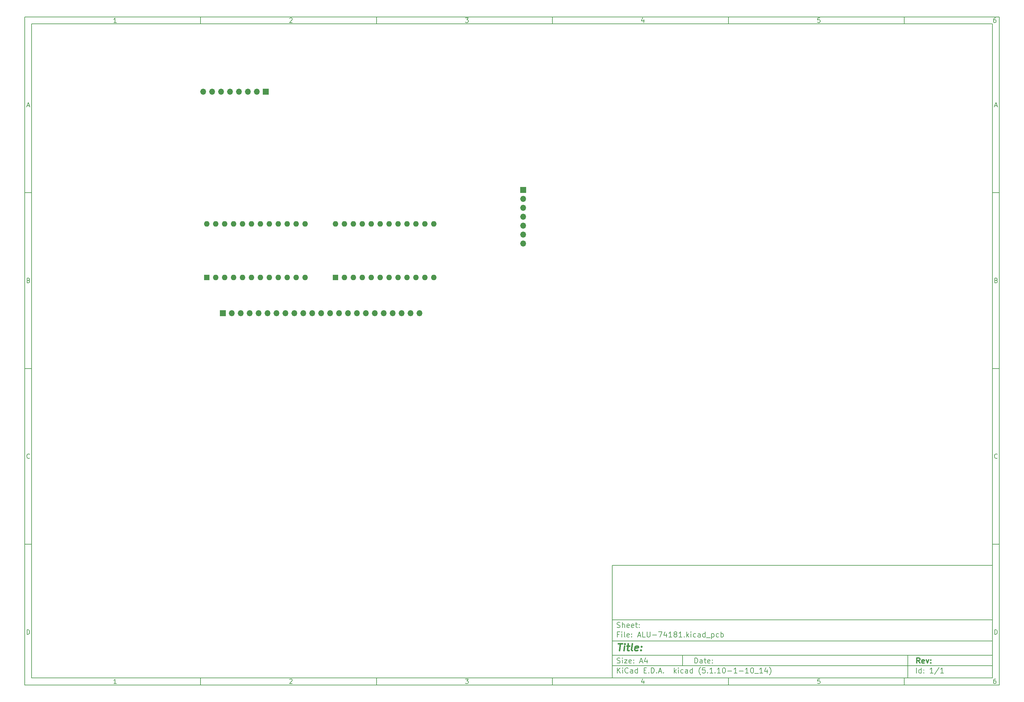
<source format=gbr>
%TF.GenerationSoftware,KiCad,Pcbnew,(5.1.10-1-10_14)*%
%TF.CreationDate,2021-11-14T11:47:48-05:00*%
%TF.ProjectId,ALU-74181,414c552d-3734-4313-9831-2e6b69636164,rev?*%
%TF.SameCoordinates,Original*%
%TF.FileFunction,Soldermask,Bot*%
%TF.FilePolarity,Negative*%
%FSLAX46Y46*%
G04 Gerber Fmt 4.6, Leading zero omitted, Abs format (unit mm)*
G04 Created by KiCad (PCBNEW (5.1.10-1-10_14)) date 2021-11-14 11:47:48*
%MOMM*%
%LPD*%
G01*
G04 APERTURE LIST*
%ADD10C,0.100000*%
%ADD11C,0.150000*%
%ADD12C,0.300000*%
%ADD13C,0.400000*%
%ADD14O,1.700000X1.700000*%
%ADD15R,1.700000X1.700000*%
%ADD16O,1.600000X1.600000*%
%ADD17R,1.600000X1.600000*%
G04 APERTURE END LIST*
D10*
D11*
X177002200Y-166007200D02*
X177002200Y-198007200D01*
X285002200Y-198007200D01*
X285002200Y-166007200D01*
X177002200Y-166007200D01*
D10*
D11*
X10000000Y-10000000D02*
X10000000Y-200007200D01*
X287002200Y-200007200D01*
X287002200Y-10000000D01*
X10000000Y-10000000D01*
D10*
D11*
X12000000Y-12000000D02*
X12000000Y-198007200D01*
X285002200Y-198007200D01*
X285002200Y-12000000D01*
X12000000Y-12000000D01*
D10*
D11*
X60000000Y-12000000D02*
X60000000Y-10000000D01*
D10*
D11*
X110000000Y-12000000D02*
X110000000Y-10000000D01*
D10*
D11*
X160000000Y-12000000D02*
X160000000Y-10000000D01*
D10*
D11*
X210000000Y-12000000D02*
X210000000Y-10000000D01*
D10*
D11*
X260000000Y-12000000D02*
X260000000Y-10000000D01*
D10*
D11*
X36065476Y-11588095D02*
X35322619Y-11588095D01*
X35694047Y-11588095D02*
X35694047Y-10288095D01*
X35570238Y-10473809D01*
X35446428Y-10597619D01*
X35322619Y-10659523D01*
D10*
D11*
X85322619Y-10411904D02*
X85384523Y-10350000D01*
X85508333Y-10288095D01*
X85817857Y-10288095D01*
X85941666Y-10350000D01*
X86003571Y-10411904D01*
X86065476Y-10535714D01*
X86065476Y-10659523D01*
X86003571Y-10845238D01*
X85260714Y-11588095D01*
X86065476Y-11588095D01*
D10*
D11*
X135260714Y-10288095D02*
X136065476Y-10288095D01*
X135632142Y-10783333D01*
X135817857Y-10783333D01*
X135941666Y-10845238D01*
X136003571Y-10907142D01*
X136065476Y-11030952D01*
X136065476Y-11340476D01*
X136003571Y-11464285D01*
X135941666Y-11526190D01*
X135817857Y-11588095D01*
X135446428Y-11588095D01*
X135322619Y-11526190D01*
X135260714Y-11464285D01*
D10*
D11*
X185941666Y-10721428D02*
X185941666Y-11588095D01*
X185632142Y-10226190D02*
X185322619Y-11154761D01*
X186127380Y-11154761D01*
D10*
D11*
X236003571Y-10288095D02*
X235384523Y-10288095D01*
X235322619Y-10907142D01*
X235384523Y-10845238D01*
X235508333Y-10783333D01*
X235817857Y-10783333D01*
X235941666Y-10845238D01*
X236003571Y-10907142D01*
X236065476Y-11030952D01*
X236065476Y-11340476D01*
X236003571Y-11464285D01*
X235941666Y-11526190D01*
X235817857Y-11588095D01*
X235508333Y-11588095D01*
X235384523Y-11526190D01*
X235322619Y-11464285D01*
D10*
D11*
X285941666Y-10288095D02*
X285694047Y-10288095D01*
X285570238Y-10350000D01*
X285508333Y-10411904D01*
X285384523Y-10597619D01*
X285322619Y-10845238D01*
X285322619Y-11340476D01*
X285384523Y-11464285D01*
X285446428Y-11526190D01*
X285570238Y-11588095D01*
X285817857Y-11588095D01*
X285941666Y-11526190D01*
X286003571Y-11464285D01*
X286065476Y-11340476D01*
X286065476Y-11030952D01*
X286003571Y-10907142D01*
X285941666Y-10845238D01*
X285817857Y-10783333D01*
X285570238Y-10783333D01*
X285446428Y-10845238D01*
X285384523Y-10907142D01*
X285322619Y-11030952D01*
D10*
D11*
X60000000Y-198007200D02*
X60000000Y-200007200D01*
D10*
D11*
X110000000Y-198007200D02*
X110000000Y-200007200D01*
D10*
D11*
X160000000Y-198007200D02*
X160000000Y-200007200D01*
D10*
D11*
X210000000Y-198007200D02*
X210000000Y-200007200D01*
D10*
D11*
X260000000Y-198007200D02*
X260000000Y-200007200D01*
D10*
D11*
X36065476Y-199595295D02*
X35322619Y-199595295D01*
X35694047Y-199595295D02*
X35694047Y-198295295D01*
X35570238Y-198481009D01*
X35446428Y-198604819D01*
X35322619Y-198666723D01*
D10*
D11*
X85322619Y-198419104D02*
X85384523Y-198357200D01*
X85508333Y-198295295D01*
X85817857Y-198295295D01*
X85941666Y-198357200D01*
X86003571Y-198419104D01*
X86065476Y-198542914D01*
X86065476Y-198666723D01*
X86003571Y-198852438D01*
X85260714Y-199595295D01*
X86065476Y-199595295D01*
D10*
D11*
X135260714Y-198295295D02*
X136065476Y-198295295D01*
X135632142Y-198790533D01*
X135817857Y-198790533D01*
X135941666Y-198852438D01*
X136003571Y-198914342D01*
X136065476Y-199038152D01*
X136065476Y-199347676D01*
X136003571Y-199471485D01*
X135941666Y-199533390D01*
X135817857Y-199595295D01*
X135446428Y-199595295D01*
X135322619Y-199533390D01*
X135260714Y-199471485D01*
D10*
D11*
X185941666Y-198728628D02*
X185941666Y-199595295D01*
X185632142Y-198233390D02*
X185322619Y-199161961D01*
X186127380Y-199161961D01*
D10*
D11*
X236003571Y-198295295D02*
X235384523Y-198295295D01*
X235322619Y-198914342D01*
X235384523Y-198852438D01*
X235508333Y-198790533D01*
X235817857Y-198790533D01*
X235941666Y-198852438D01*
X236003571Y-198914342D01*
X236065476Y-199038152D01*
X236065476Y-199347676D01*
X236003571Y-199471485D01*
X235941666Y-199533390D01*
X235817857Y-199595295D01*
X235508333Y-199595295D01*
X235384523Y-199533390D01*
X235322619Y-199471485D01*
D10*
D11*
X285941666Y-198295295D02*
X285694047Y-198295295D01*
X285570238Y-198357200D01*
X285508333Y-198419104D01*
X285384523Y-198604819D01*
X285322619Y-198852438D01*
X285322619Y-199347676D01*
X285384523Y-199471485D01*
X285446428Y-199533390D01*
X285570238Y-199595295D01*
X285817857Y-199595295D01*
X285941666Y-199533390D01*
X286003571Y-199471485D01*
X286065476Y-199347676D01*
X286065476Y-199038152D01*
X286003571Y-198914342D01*
X285941666Y-198852438D01*
X285817857Y-198790533D01*
X285570238Y-198790533D01*
X285446428Y-198852438D01*
X285384523Y-198914342D01*
X285322619Y-199038152D01*
D10*
D11*
X10000000Y-60000000D02*
X12000000Y-60000000D01*
D10*
D11*
X10000000Y-110000000D02*
X12000000Y-110000000D01*
D10*
D11*
X10000000Y-160000000D02*
X12000000Y-160000000D01*
D10*
D11*
X10690476Y-35216666D02*
X11309523Y-35216666D01*
X10566666Y-35588095D02*
X11000000Y-34288095D01*
X11433333Y-35588095D01*
D10*
D11*
X11092857Y-84907142D02*
X11278571Y-84969047D01*
X11340476Y-85030952D01*
X11402380Y-85154761D01*
X11402380Y-85340476D01*
X11340476Y-85464285D01*
X11278571Y-85526190D01*
X11154761Y-85588095D01*
X10659523Y-85588095D01*
X10659523Y-84288095D01*
X11092857Y-84288095D01*
X11216666Y-84350000D01*
X11278571Y-84411904D01*
X11340476Y-84535714D01*
X11340476Y-84659523D01*
X11278571Y-84783333D01*
X11216666Y-84845238D01*
X11092857Y-84907142D01*
X10659523Y-84907142D01*
D10*
D11*
X11402380Y-135464285D02*
X11340476Y-135526190D01*
X11154761Y-135588095D01*
X11030952Y-135588095D01*
X10845238Y-135526190D01*
X10721428Y-135402380D01*
X10659523Y-135278571D01*
X10597619Y-135030952D01*
X10597619Y-134845238D01*
X10659523Y-134597619D01*
X10721428Y-134473809D01*
X10845238Y-134350000D01*
X11030952Y-134288095D01*
X11154761Y-134288095D01*
X11340476Y-134350000D01*
X11402380Y-134411904D01*
D10*
D11*
X10659523Y-185588095D02*
X10659523Y-184288095D01*
X10969047Y-184288095D01*
X11154761Y-184350000D01*
X11278571Y-184473809D01*
X11340476Y-184597619D01*
X11402380Y-184845238D01*
X11402380Y-185030952D01*
X11340476Y-185278571D01*
X11278571Y-185402380D01*
X11154761Y-185526190D01*
X10969047Y-185588095D01*
X10659523Y-185588095D01*
D10*
D11*
X287002200Y-60000000D02*
X285002200Y-60000000D01*
D10*
D11*
X287002200Y-110000000D02*
X285002200Y-110000000D01*
D10*
D11*
X287002200Y-160000000D02*
X285002200Y-160000000D01*
D10*
D11*
X285692676Y-35216666D02*
X286311723Y-35216666D01*
X285568866Y-35588095D02*
X286002200Y-34288095D01*
X286435533Y-35588095D01*
D10*
D11*
X286095057Y-84907142D02*
X286280771Y-84969047D01*
X286342676Y-85030952D01*
X286404580Y-85154761D01*
X286404580Y-85340476D01*
X286342676Y-85464285D01*
X286280771Y-85526190D01*
X286156961Y-85588095D01*
X285661723Y-85588095D01*
X285661723Y-84288095D01*
X286095057Y-84288095D01*
X286218866Y-84350000D01*
X286280771Y-84411904D01*
X286342676Y-84535714D01*
X286342676Y-84659523D01*
X286280771Y-84783333D01*
X286218866Y-84845238D01*
X286095057Y-84907142D01*
X285661723Y-84907142D01*
D10*
D11*
X286404580Y-135464285D02*
X286342676Y-135526190D01*
X286156961Y-135588095D01*
X286033152Y-135588095D01*
X285847438Y-135526190D01*
X285723628Y-135402380D01*
X285661723Y-135278571D01*
X285599819Y-135030952D01*
X285599819Y-134845238D01*
X285661723Y-134597619D01*
X285723628Y-134473809D01*
X285847438Y-134350000D01*
X286033152Y-134288095D01*
X286156961Y-134288095D01*
X286342676Y-134350000D01*
X286404580Y-134411904D01*
D10*
D11*
X285661723Y-185588095D02*
X285661723Y-184288095D01*
X285971247Y-184288095D01*
X286156961Y-184350000D01*
X286280771Y-184473809D01*
X286342676Y-184597619D01*
X286404580Y-184845238D01*
X286404580Y-185030952D01*
X286342676Y-185278571D01*
X286280771Y-185402380D01*
X286156961Y-185526190D01*
X285971247Y-185588095D01*
X285661723Y-185588095D01*
D10*
D11*
X200434342Y-193785771D02*
X200434342Y-192285771D01*
X200791485Y-192285771D01*
X201005771Y-192357200D01*
X201148628Y-192500057D01*
X201220057Y-192642914D01*
X201291485Y-192928628D01*
X201291485Y-193142914D01*
X201220057Y-193428628D01*
X201148628Y-193571485D01*
X201005771Y-193714342D01*
X200791485Y-193785771D01*
X200434342Y-193785771D01*
X202577200Y-193785771D02*
X202577200Y-193000057D01*
X202505771Y-192857200D01*
X202362914Y-192785771D01*
X202077200Y-192785771D01*
X201934342Y-192857200D01*
X202577200Y-193714342D02*
X202434342Y-193785771D01*
X202077200Y-193785771D01*
X201934342Y-193714342D01*
X201862914Y-193571485D01*
X201862914Y-193428628D01*
X201934342Y-193285771D01*
X202077200Y-193214342D01*
X202434342Y-193214342D01*
X202577200Y-193142914D01*
X203077200Y-192785771D02*
X203648628Y-192785771D01*
X203291485Y-192285771D02*
X203291485Y-193571485D01*
X203362914Y-193714342D01*
X203505771Y-193785771D01*
X203648628Y-193785771D01*
X204720057Y-193714342D02*
X204577200Y-193785771D01*
X204291485Y-193785771D01*
X204148628Y-193714342D01*
X204077200Y-193571485D01*
X204077200Y-193000057D01*
X204148628Y-192857200D01*
X204291485Y-192785771D01*
X204577200Y-192785771D01*
X204720057Y-192857200D01*
X204791485Y-193000057D01*
X204791485Y-193142914D01*
X204077200Y-193285771D01*
X205434342Y-193642914D02*
X205505771Y-193714342D01*
X205434342Y-193785771D01*
X205362914Y-193714342D01*
X205434342Y-193642914D01*
X205434342Y-193785771D01*
X205434342Y-192857200D02*
X205505771Y-192928628D01*
X205434342Y-193000057D01*
X205362914Y-192928628D01*
X205434342Y-192857200D01*
X205434342Y-193000057D01*
D10*
D11*
X177002200Y-194507200D02*
X285002200Y-194507200D01*
D10*
D11*
X178434342Y-196585771D02*
X178434342Y-195085771D01*
X179291485Y-196585771D02*
X178648628Y-195728628D01*
X179291485Y-195085771D02*
X178434342Y-195942914D01*
X179934342Y-196585771D02*
X179934342Y-195585771D01*
X179934342Y-195085771D02*
X179862914Y-195157200D01*
X179934342Y-195228628D01*
X180005771Y-195157200D01*
X179934342Y-195085771D01*
X179934342Y-195228628D01*
X181505771Y-196442914D02*
X181434342Y-196514342D01*
X181220057Y-196585771D01*
X181077200Y-196585771D01*
X180862914Y-196514342D01*
X180720057Y-196371485D01*
X180648628Y-196228628D01*
X180577200Y-195942914D01*
X180577200Y-195728628D01*
X180648628Y-195442914D01*
X180720057Y-195300057D01*
X180862914Y-195157200D01*
X181077200Y-195085771D01*
X181220057Y-195085771D01*
X181434342Y-195157200D01*
X181505771Y-195228628D01*
X182791485Y-196585771D02*
X182791485Y-195800057D01*
X182720057Y-195657200D01*
X182577200Y-195585771D01*
X182291485Y-195585771D01*
X182148628Y-195657200D01*
X182791485Y-196514342D02*
X182648628Y-196585771D01*
X182291485Y-196585771D01*
X182148628Y-196514342D01*
X182077200Y-196371485D01*
X182077200Y-196228628D01*
X182148628Y-196085771D01*
X182291485Y-196014342D01*
X182648628Y-196014342D01*
X182791485Y-195942914D01*
X184148628Y-196585771D02*
X184148628Y-195085771D01*
X184148628Y-196514342D02*
X184005771Y-196585771D01*
X183720057Y-196585771D01*
X183577200Y-196514342D01*
X183505771Y-196442914D01*
X183434342Y-196300057D01*
X183434342Y-195871485D01*
X183505771Y-195728628D01*
X183577200Y-195657200D01*
X183720057Y-195585771D01*
X184005771Y-195585771D01*
X184148628Y-195657200D01*
X186005771Y-195800057D02*
X186505771Y-195800057D01*
X186720057Y-196585771D02*
X186005771Y-196585771D01*
X186005771Y-195085771D01*
X186720057Y-195085771D01*
X187362914Y-196442914D02*
X187434342Y-196514342D01*
X187362914Y-196585771D01*
X187291485Y-196514342D01*
X187362914Y-196442914D01*
X187362914Y-196585771D01*
X188077200Y-196585771D02*
X188077200Y-195085771D01*
X188434342Y-195085771D01*
X188648628Y-195157200D01*
X188791485Y-195300057D01*
X188862914Y-195442914D01*
X188934342Y-195728628D01*
X188934342Y-195942914D01*
X188862914Y-196228628D01*
X188791485Y-196371485D01*
X188648628Y-196514342D01*
X188434342Y-196585771D01*
X188077200Y-196585771D01*
X189577200Y-196442914D02*
X189648628Y-196514342D01*
X189577200Y-196585771D01*
X189505771Y-196514342D01*
X189577200Y-196442914D01*
X189577200Y-196585771D01*
X190220057Y-196157200D02*
X190934342Y-196157200D01*
X190077200Y-196585771D02*
X190577200Y-195085771D01*
X191077200Y-196585771D01*
X191577200Y-196442914D02*
X191648628Y-196514342D01*
X191577200Y-196585771D01*
X191505771Y-196514342D01*
X191577200Y-196442914D01*
X191577200Y-196585771D01*
X194577200Y-196585771D02*
X194577200Y-195085771D01*
X194720057Y-196014342D02*
X195148628Y-196585771D01*
X195148628Y-195585771D02*
X194577200Y-196157200D01*
X195791485Y-196585771D02*
X195791485Y-195585771D01*
X195791485Y-195085771D02*
X195720057Y-195157200D01*
X195791485Y-195228628D01*
X195862914Y-195157200D01*
X195791485Y-195085771D01*
X195791485Y-195228628D01*
X197148628Y-196514342D02*
X197005771Y-196585771D01*
X196720057Y-196585771D01*
X196577200Y-196514342D01*
X196505771Y-196442914D01*
X196434342Y-196300057D01*
X196434342Y-195871485D01*
X196505771Y-195728628D01*
X196577200Y-195657200D01*
X196720057Y-195585771D01*
X197005771Y-195585771D01*
X197148628Y-195657200D01*
X198434342Y-196585771D02*
X198434342Y-195800057D01*
X198362914Y-195657200D01*
X198220057Y-195585771D01*
X197934342Y-195585771D01*
X197791485Y-195657200D01*
X198434342Y-196514342D02*
X198291485Y-196585771D01*
X197934342Y-196585771D01*
X197791485Y-196514342D01*
X197720057Y-196371485D01*
X197720057Y-196228628D01*
X197791485Y-196085771D01*
X197934342Y-196014342D01*
X198291485Y-196014342D01*
X198434342Y-195942914D01*
X199791485Y-196585771D02*
X199791485Y-195085771D01*
X199791485Y-196514342D02*
X199648628Y-196585771D01*
X199362914Y-196585771D01*
X199220057Y-196514342D01*
X199148628Y-196442914D01*
X199077200Y-196300057D01*
X199077200Y-195871485D01*
X199148628Y-195728628D01*
X199220057Y-195657200D01*
X199362914Y-195585771D01*
X199648628Y-195585771D01*
X199791485Y-195657200D01*
X202077200Y-197157200D02*
X202005771Y-197085771D01*
X201862914Y-196871485D01*
X201791485Y-196728628D01*
X201720057Y-196514342D01*
X201648628Y-196157200D01*
X201648628Y-195871485D01*
X201720057Y-195514342D01*
X201791485Y-195300057D01*
X201862914Y-195157200D01*
X202005771Y-194942914D01*
X202077200Y-194871485D01*
X203362914Y-195085771D02*
X202648628Y-195085771D01*
X202577200Y-195800057D01*
X202648628Y-195728628D01*
X202791485Y-195657200D01*
X203148628Y-195657200D01*
X203291485Y-195728628D01*
X203362914Y-195800057D01*
X203434342Y-195942914D01*
X203434342Y-196300057D01*
X203362914Y-196442914D01*
X203291485Y-196514342D01*
X203148628Y-196585771D01*
X202791485Y-196585771D01*
X202648628Y-196514342D01*
X202577200Y-196442914D01*
X204077200Y-196442914D02*
X204148628Y-196514342D01*
X204077200Y-196585771D01*
X204005771Y-196514342D01*
X204077200Y-196442914D01*
X204077200Y-196585771D01*
X205577200Y-196585771D02*
X204720057Y-196585771D01*
X205148628Y-196585771D02*
X205148628Y-195085771D01*
X205005771Y-195300057D01*
X204862914Y-195442914D01*
X204720057Y-195514342D01*
X206220057Y-196442914D02*
X206291485Y-196514342D01*
X206220057Y-196585771D01*
X206148628Y-196514342D01*
X206220057Y-196442914D01*
X206220057Y-196585771D01*
X207720057Y-196585771D02*
X206862914Y-196585771D01*
X207291485Y-196585771D02*
X207291485Y-195085771D01*
X207148628Y-195300057D01*
X207005771Y-195442914D01*
X206862914Y-195514342D01*
X208648628Y-195085771D02*
X208791485Y-195085771D01*
X208934342Y-195157200D01*
X209005771Y-195228628D01*
X209077200Y-195371485D01*
X209148628Y-195657200D01*
X209148628Y-196014342D01*
X209077200Y-196300057D01*
X209005771Y-196442914D01*
X208934342Y-196514342D01*
X208791485Y-196585771D01*
X208648628Y-196585771D01*
X208505771Y-196514342D01*
X208434342Y-196442914D01*
X208362914Y-196300057D01*
X208291485Y-196014342D01*
X208291485Y-195657200D01*
X208362914Y-195371485D01*
X208434342Y-195228628D01*
X208505771Y-195157200D01*
X208648628Y-195085771D01*
X209791485Y-196014342D02*
X210934342Y-196014342D01*
X212434342Y-196585771D02*
X211577200Y-196585771D01*
X212005771Y-196585771D02*
X212005771Y-195085771D01*
X211862914Y-195300057D01*
X211720057Y-195442914D01*
X211577200Y-195514342D01*
X213077200Y-196014342D02*
X214220057Y-196014342D01*
X215720057Y-196585771D02*
X214862914Y-196585771D01*
X215291485Y-196585771D02*
X215291485Y-195085771D01*
X215148628Y-195300057D01*
X215005771Y-195442914D01*
X214862914Y-195514342D01*
X216648628Y-195085771D02*
X216791485Y-195085771D01*
X216934342Y-195157200D01*
X217005771Y-195228628D01*
X217077200Y-195371485D01*
X217148628Y-195657200D01*
X217148628Y-196014342D01*
X217077200Y-196300057D01*
X217005771Y-196442914D01*
X216934342Y-196514342D01*
X216791485Y-196585771D01*
X216648628Y-196585771D01*
X216505771Y-196514342D01*
X216434342Y-196442914D01*
X216362914Y-196300057D01*
X216291485Y-196014342D01*
X216291485Y-195657200D01*
X216362914Y-195371485D01*
X216434342Y-195228628D01*
X216505771Y-195157200D01*
X216648628Y-195085771D01*
X217434342Y-196728628D02*
X218577200Y-196728628D01*
X219720057Y-196585771D02*
X218862914Y-196585771D01*
X219291485Y-196585771D02*
X219291485Y-195085771D01*
X219148628Y-195300057D01*
X219005771Y-195442914D01*
X218862914Y-195514342D01*
X221005771Y-195585771D02*
X221005771Y-196585771D01*
X220648628Y-195014342D02*
X220291485Y-196085771D01*
X221220057Y-196085771D01*
X221648628Y-197157200D02*
X221720057Y-197085771D01*
X221862914Y-196871485D01*
X221934342Y-196728628D01*
X222005771Y-196514342D01*
X222077200Y-196157200D01*
X222077200Y-195871485D01*
X222005771Y-195514342D01*
X221934342Y-195300057D01*
X221862914Y-195157200D01*
X221720057Y-194942914D01*
X221648628Y-194871485D01*
D10*
D11*
X177002200Y-191507200D02*
X285002200Y-191507200D01*
D10*
D12*
X264411485Y-193785771D02*
X263911485Y-193071485D01*
X263554342Y-193785771D02*
X263554342Y-192285771D01*
X264125771Y-192285771D01*
X264268628Y-192357200D01*
X264340057Y-192428628D01*
X264411485Y-192571485D01*
X264411485Y-192785771D01*
X264340057Y-192928628D01*
X264268628Y-193000057D01*
X264125771Y-193071485D01*
X263554342Y-193071485D01*
X265625771Y-193714342D02*
X265482914Y-193785771D01*
X265197200Y-193785771D01*
X265054342Y-193714342D01*
X264982914Y-193571485D01*
X264982914Y-193000057D01*
X265054342Y-192857200D01*
X265197200Y-192785771D01*
X265482914Y-192785771D01*
X265625771Y-192857200D01*
X265697200Y-193000057D01*
X265697200Y-193142914D01*
X264982914Y-193285771D01*
X266197200Y-192785771D02*
X266554342Y-193785771D01*
X266911485Y-192785771D01*
X267482914Y-193642914D02*
X267554342Y-193714342D01*
X267482914Y-193785771D01*
X267411485Y-193714342D01*
X267482914Y-193642914D01*
X267482914Y-193785771D01*
X267482914Y-192857200D02*
X267554342Y-192928628D01*
X267482914Y-193000057D01*
X267411485Y-192928628D01*
X267482914Y-192857200D01*
X267482914Y-193000057D01*
D10*
D11*
X178362914Y-193714342D02*
X178577200Y-193785771D01*
X178934342Y-193785771D01*
X179077200Y-193714342D01*
X179148628Y-193642914D01*
X179220057Y-193500057D01*
X179220057Y-193357200D01*
X179148628Y-193214342D01*
X179077200Y-193142914D01*
X178934342Y-193071485D01*
X178648628Y-193000057D01*
X178505771Y-192928628D01*
X178434342Y-192857200D01*
X178362914Y-192714342D01*
X178362914Y-192571485D01*
X178434342Y-192428628D01*
X178505771Y-192357200D01*
X178648628Y-192285771D01*
X179005771Y-192285771D01*
X179220057Y-192357200D01*
X179862914Y-193785771D02*
X179862914Y-192785771D01*
X179862914Y-192285771D02*
X179791485Y-192357200D01*
X179862914Y-192428628D01*
X179934342Y-192357200D01*
X179862914Y-192285771D01*
X179862914Y-192428628D01*
X180434342Y-192785771D02*
X181220057Y-192785771D01*
X180434342Y-193785771D01*
X181220057Y-193785771D01*
X182362914Y-193714342D02*
X182220057Y-193785771D01*
X181934342Y-193785771D01*
X181791485Y-193714342D01*
X181720057Y-193571485D01*
X181720057Y-193000057D01*
X181791485Y-192857200D01*
X181934342Y-192785771D01*
X182220057Y-192785771D01*
X182362914Y-192857200D01*
X182434342Y-193000057D01*
X182434342Y-193142914D01*
X181720057Y-193285771D01*
X183077200Y-193642914D02*
X183148628Y-193714342D01*
X183077200Y-193785771D01*
X183005771Y-193714342D01*
X183077200Y-193642914D01*
X183077200Y-193785771D01*
X183077200Y-192857200D02*
X183148628Y-192928628D01*
X183077200Y-193000057D01*
X183005771Y-192928628D01*
X183077200Y-192857200D01*
X183077200Y-193000057D01*
X184862914Y-193357200D02*
X185577200Y-193357200D01*
X184720057Y-193785771D02*
X185220057Y-192285771D01*
X185720057Y-193785771D01*
X186862914Y-192785771D02*
X186862914Y-193785771D01*
X186505771Y-192214342D02*
X186148628Y-193285771D01*
X187077200Y-193285771D01*
D10*
D11*
X263434342Y-196585771D02*
X263434342Y-195085771D01*
X264791485Y-196585771D02*
X264791485Y-195085771D01*
X264791485Y-196514342D02*
X264648628Y-196585771D01*
X264362914Y-196585771D01*
X264220057Y-196514342D01*
X264148628Y-196442914D01*
X264077200Y-196300057D01*
X264077200Y-195871485D01*
X264148628Y-195728628D01*
X264220057Y-195657200D01*
X264362914Y-195585771D01*
X264648628Y-195585771D01*
X264791485Y-195657200D01*
X265505771Y-196442914D02*
X265577200Y-196514342D01*
X265505771Y-196585771D01*
X265434342Y-196514342D01*
X265505771Y-196442914D01*
X265505771Y-196585771D01*
X265505771Y-195657200D02*
X265577200Y-195728628D01*
X265505771Y-195800057D01*
X265434342Y-195728628D01*
X265505771Y-195657200D01*
X265505771Y-195800057D01*
X268148628Y-196585771D02*
X267291485Y-196585771D01*
X267720057Y-196585771D02*
X267720057Y-195085771D01*
X267577200Y-195300057D01*
X267434342Y-195442914D01*
X267291485Y-195514342D01*
X269862914Y-195014342D02*
X268577200Y-196942914D01*
X271148628Y-196585771D02*
X270291485Y-196585771D01*
X270720057Y-196585771D02*
X270720057Y-195085771D01*
X270577200Y-195300057D01*
X270434342Y-195442914D01*
X270291485Y-195514342D01*
D10*
D11*
X177002200Y-187507200D02*
X285002200Y-187507200D01*
D10*
D13*
X178714580Y-188211961D02*
X179857438Y-188211961D01*
X179036009Y-190211961D02*
X179286009Y-188211961D01*
X180274104Y-190211961D02*
X180440771Y-188878628D01*
X180524104Y-188211961D02*
X180416961Y-188307200D01*
X180500295Y-188402438D01*
X180607438Y-188307200D01*
X180524104Y-188211961D01*
X180500295Y-188402438D01*
X181107438Y-188878628D02*
X181869342Y-188878628D01*
X181476485Y-188211961D02*
X181262200Y-189926247D01*
X181333628Y-190116723D01*
X181512200Y-190211961D01*
X181702676Y-190211961D01*
X182655057Y-190211961D02*
X182476485Y-190116723D01*
X182405057Y-189926247D01*
X182619342Y-188211961D01*
X184190771Y-190116723D02*
X183988390Y-190211961D01*
X183607438Y-190211961D01*
X183428866Y-190116723D01*
X183357438Y-189926247D01*
X183452676Y-189164342D01*
X183571723Y-188973866D01*
X183774104Y-188878628D01*
X184155057Y-188878628D01*
X184333628Y-188973866D01*
X184405057Y-189164342D01*
X184381247Y-189354819D01*
X183405057Y-189545295D01*
X185155057Y-190021485D02*
X185238390Y-190116723D01*
X185131247Y-190211961D01*
X185047914Y-190116723D01*
X185155057Y-190021485D01*
X185131247Y-190211961D01*
X185286009Y-188973866D02*
X185369342Y-189069104D01*
X185262200Y-189164342D01*
X185178866Y-189069104D01*
X185286009Y-188973866D01*
X185262200Y-189164342D01*
D10*
D11*
X178934342Y-185600057D02*
X178434342Y-185600057D01*
X178434342Y-186385771D02*
X178434342Y-184885771D01*
X179148628Y-184885771D01*
X179720057Y-186385771D02*
X179720057Y-185385771D01*
X179720057Y-184885771D02*
X179648628Y-184957200D01*
X179720057Y-185028628D01*
X179791485Y-184957200D01*
X179720057Y-184885771D01*
X179720057Y-185028628D01*
X180648628Y-186385771D02*
X180505771Y-186314342D01*
X180434342Y-186171485D01*
X180434342Y-184885771D01*
X181791485Y-186314342D02*
X181648628Y-186385771D01*
X181362914Y-186385771D01*
X181220057Y-186314342D01*
X181148628Y-186171485D01*
X181148628Y-185600057D01*
X181220057Y-185457200D01*
X181362914Y-185385771D01*
X181648628Y-185385771D01*
X181791485Y-185457200D01*
X181862914Y-185600057D01*
X181862914Y-185742914D01*
X181148628Y-185885771D01*
X182505771Y-186242914D02*
X182577200Y-186314342D01*
X182505771Y-186385771D01*
X182434342Y-186314342D01*
X182505771Y-186242914D01*
X182505771Y-186385771D01*
X182505771Y-185457200D02*
X182577200Y-185528628D01*
X182505771Y-185600057D01*
X182434342Y-185528628D01*
X182505771Y-185457200D01*
X182505771Y-185600057D01*
X184291485Y-185957200D02*
X185005771Y-185957200D01*
X184148628Y-186385771D02*
X184648628Y-184885771D01*
X185148628Y-186385771D01*
X186362914Y-186385771D02*
X185648628Y-186385771D01*
X185648628Y-184885771D01*
X186862914Y-184885771D02*
X186862914Y-186100057D01*
X186934342Y-186242914D01*
X187005771Y-186314342D01*
X187148628Y-186385771D01*
X187434342Y-186385771D01*
X187577200Y-186314342D01*
X187648628Y-186242914D01*
X187720057Y-186100057D01*
X187720057Y-184885771D01*
X188434342Y-185814342D02*
X189577200Y-185814342D01*
X190148628Y-184885771D02*
X191148628Y-184885771D01*
X190505771Y-186385771D01*
X192362914Y-185385771D02*
X192362914Y-186385771D01*
X192005771Y-184814342D02*
X191648628Y-185885771D01*
X192577200Y-185885771D01*
X193934342Y-186385771D02*
X193077200Y-186385771D01*
X193505771Y-186385771D02*
X193505771Y-184885771D01*
X193362914Y-185100057D01*
X193220057Y-185242914D01*
X193077200Y-185314342D01*
X194791485Y-185528628D02*
X194648628Y-185457200D01*
X194577200Y-185385771D01*
X194505771Y-185242914D01*
X194505771Y-185171485D01*
X194577200Y-185028628D01*
X194648628Y-184957200D01*
X194791485Y-184885771D01*
X195077200Y-184885771D01*
X195220057Y-184957200D01*
X195291485Y-185028628D01*
X195362914Y-185171485D01*
X195362914Y-185242914D01*
X195291485Y-185385771D01*
X195220057Y-185457200D01*
X195077200Y-185528628D01*
X194791485Y-185528628D01*
X194648628Y-185600057D01*
X194577200Y-185671485D01*
X194505771Y-185814342D01*
X194505771Y-186100057D01*
X194577200Y-186242914D01*
X194648628Y-186314342D01*
X194791485Y-186385771D01*
X195077200Y-186385771D01*
X195220057Y-186314342D01*
X195291485Y-186242914D01*
X195362914Y-186100057D01*
X195362914Y-185814342D01*
X195291485Y-185671485D01*
X195220057Y-185600057D01*
X195077200Y-185528628D01*
X196791485Y-186385771D02*
X195934342Y-186385771D01*
X196362914Y-186385771D02*
X196362914Y-184885771D01*
X196220057Y-185100057D01*
X196077200Y-185242914D01*
X195934342Y-185314342D01*
X197434342Y-186242914D02*
X197505771Y-186314342D01*
X197434342Y-186385771D01*
X197362914Y-186314342D01*
X197434342Y-186242914D01*
X197434342Y-186385771D01*
X198148628Y-186385771D02*
X198148628Y-184885771D01*
X198291485Y-185814342D02*
X198720057Y-186385771D01*
X198720057Y-185385771D02*
X198148628Y-185957200D01*
X199362914Y-186385771D02*
X199362914Y-185385771D01*
X199362914Y-184885771D02*
X199291485Y-184957200D01*
X199362914Y-185028628D01*
X199434342Y-184957200D01*
X199362914Y-184885771D01*
X199362914Y-185028628D01*
X200720057Y-186314342D02*
X200577200Y-186385771D01*
X200291485Y-186385771D01*
X200148628Y-186314342D01*
X200077200Y-186242914D01*
X200005771Y-186100057D01*
X200005771Y-185671485D01*
X200077200Y-185528628D01*
X200148628Y-185457200D01*
X200291485Y-185385771D01*
X200577200Y-185385771D01*
X200720057Y-185457200D01*
X202005771Y-186385771D02*
X202005771Y-185600057D01*
X201934342Y-185457200D01*
X201791485Y-185385771D01*
X201505771Y-185385771D01*
X201362914Y-185457200D01*
X202005771Y-186314342D02*
X201862914Y-186385771D01*
X201505771Y-186385771D01*
X201362914Y-186314342D01*
X201291485Y-186171485D01*
X201291485Y-186028628D01*
X201362914Y-185885771D01*
X201505771Y-185814342D01*
X201862914Y-185814342D01*
X202005771Y-185742914D01*
X203362914Y-186385771D02*
X203362914Y-184885771D01*
X203362914Y-186314342D02*
X203220057Y-186385771D01*
X202934342Y-186385771D01*
X202791485Y-186314342D01*
X202720057Y-186242914D01*
X202648628Y-186100057D01*
X202648628Y-185671485D01*
X202720057Y-185528628D01*
X202791485Y-185457200D01*
X202934342Y-185385771D01*
X203220057Y-185385771D01*
X203362914Y-185457200D01*
X203720057Y-186528628D02*
X204862914Y-186528628D01*
X205220057Y-185385771D02*
X205220057Y-186885771D01*
X205220057Y-185457200D02*
X205362914Y-185385771D01*
X205648628Y-185385771D01*
X205791485Y-185457200D01*
X205862914Y-185528628D01*
X205934342Y-185671485D01*
X205934342Y-186100057D01*
X205862914Y-186242914D01*
X205791485Y-186314342D01*
X205648628Y-186385771D01*
X205362914Y-186385771D01*
X205220057Y-186314342D01*
X207220057Y-186314342D02*
X207077200Y-186385771D01*
X206791485Y-186385771D01*
X206648628Y-186314342D01*
X206577200Y-186242914D01*
X206505771Y-186100057D01*
X206505771Y-185671485D01*
X206577200Y-185528628D01*
X206648628Y-185457200D01*
X206791485Y-185385771D01*
X207077200Y-185385771D01*
X207220057Y-185457200D01*
X207862914Y-186385771D02*
X207862914Y-184885771D01*
X207862914Y-185457200D02*
X208005771Y-185385771D01*
X208291485Y-185385771D01*
X208434342Y-185457200D01*
X208505771Y-185528628D01*
X208577200Y-185671485D01*
X208577200Y-186100057D01*
X208505771Y-186242914D01*
X208434342Y-186314342D01*
X208291485Y-186385771D01*
X208005771Y-186385771D01*
X207862914Y-186314342D01*
D10*
D11*
X177002200Y-181507200D02*
X285002200Y-181507200D01*
D10*
D11*
X178362914Y-183614342D02*
X178577200Y-183685771D01*
X178934342Y-183685771D01*
X179077200Y-183614342D01*
X179148628Y-183542914D01*
X179220057Y-183400057D01*
X179220057Y-183257200D01*
X179148628Y-183114342D01*
X179077200Y-183042914D01*
X178934342Y-182971485D01*
X178648628Y-182900057D01*
X178505771Y-182828628D01*
X178434342Y-182757200D01*
X178362914Y-182614342D01*
X178362914Y-182471485D01*
X178434342Y-182328628D01*
X178505771Y-182257200D01*
X178648628Y-182185771D01*
X179005771Y-182185771D01*
X179220057Y-182257200D01*
X179862914Y-183685771D02*
X179862914Y-182185771D01*
X180505771Y-183685771D02*
X180505771Y-182900057D01*
X180434342Y-182757200D01*
X180291485Y-182685771D01*
X180077200Y-182685771D01*
X179934342Y-182757200D01*
X179862914Y-182828628D01*
X181791485Y-183614342D02*
X181648628Y-183685771D01*
X181362914Y-183685771D01*
X181220057Y-183614342D01*
X181148628Y-183471485D01*
X181148628Y-182900057D01*
X181220057Y-182757200D01*
X181362914Y-182685771D01*
X181648628Y-182685771D01*
X181791485Y-182757200D01*
X181862914Y-182900057D01*
X181862914Y-183042914D01*
X181148628Y-183185771D01*
X183077200Y-183614342D02*
X182934342Y-183685771D01*
X182648628Y-183685771D01*
X182505771Y-183614342D01*
X182434342Y-183471485D01*
X182434342Y-182900057D01*
X182505771Y-182757200D01*
X182648628Y-182685771D01*
X182934342Y-182685771D01*
X183077200Y-182757200D01*
X183148628Y-182900057D01*
X183148628Y-183042914D01*
X182434342Y-183185771D01*
X183577200Y-182685771D02*
X184148628Y-182685771D01*
X183791485Y-182185771D02*
X183791485Y-183471485D01*
X183862914Y-183614342D01*
X184005771Y-183685771D01*
X184148628Y-183685771D01*
X184648628Y-183542914D02*
X184720057Y-183614342D01*
X184648628Y-183685771D01*
X184577200Y-183614342D01*
X184648628Y-183542914D01*
X184648628Y-183685771D01*
X184648628Y-182757200D02*
X184720057Y-182828628D01*
X184648628Y-182900057D01*
X184577200Y-182828628D01*
X184648628Y-182757200D01*
X184648628Y-182900057D01*
D10*
D11*
X197002200Y-191507200D02*
X197002200Y-194507200D01*
D10*
D11*
X261002200Y-191507200D02*
X261002200Y-198007200D01*
D14*
%TO.C,J3*%
X151638000Y-74422000D03*
X151638000Y-71882000D03*
X151638000Y-69342000D03*
X151638000Y-66802000D03*
X151638000Y-64262000D03*
X151638000Y-61722000D03*
D15*
X151638000Y-59182000D03*
%TD*%
D14*
%TO.C,J2*%
X122174000Y-94234000D03*
X119634000Y-94234000D03*
X117094000Y-94234000D03*
X114554000Y-94234000D03*
X112014000Y-94234000D03*
X109474000Y-94234000D03*
X106934000Y-94234000D03*
X104394000Y-94234000D03*
X101854000Y-94234000D03*
X99314000Y-94234000D03*
X96774000Y-94234000D03*
X94234000Y-94234000D03*
X91694000Y-94234000D03*
X89154000Y-94234000D03*
X86614000Y-94234000D03*
X84074000Y-94234000D03*
X81534000Y-94234000D03*
X78994000Y-94234000D03*
X76454000Y-94234000D03*
X73914000Y-94234000D03*
X71374000Y-94234000D03*
X68834000Y-94234000D03*
D15*
X66294000Y-94234000D03*
%TD*%
D16*
%TO.C,U8*%
X98298000Y-68834000D03*
X126238000Y-84074000D03*
X100838000Y-68834000D03*
X123698000Y-84074000D03*
X103378000Y-68834000D03*
X121158000Y-84074000D03*
X105918000Y-68834000D03*
X118618000Y-84074000D03*
X108458000Y-68834000D03*
X116078000Y-84074000D03*
X110998000Y-68834000D03*
X113538000Y-84074000D03*
X113538000Y-68834000D03*
X110998000Y-84074000D03*
X116078000Y-68834000D03*
X108458000Y-84074000D03*
X118618000Y-68834000D03*
X105918000Y-84074000D03*
X121158000Y-68834000D03*
X103378000Y-84074000D03*
X123698000Y-68834000D03*
X100838000Y-84074000D03*
X126238000Y-68834000D03*
D17*
X98298000Y-84074000D03*
%TD*%
D16*
%TO.C,U6*%
X61722000Y-68834000D03*
X89662000Y-84074000D03*
X64262000Y-68834000D03*
X87122000Y-84074000D03*
X66802000Y-68834000D03*
X84582000Y-84074000D03*
X69342000Y-68834000D03*
X82042000Y-84074000D03*
X71882000Y-68834000D03*
X79502000Y-84074000D03*
X74422000Y-68834000D03*
X76962000Y-84074000D03*
X76962000Y-68834000D03*
X74422000Y-84074000D03*
X79502000Y-68834000D03*
X71882000Y-84074000D03*
X82042000Y-68834000D03*
X69342000Y-84074000D03*
X84582000Y-68834000D03*
X66802000Y-84074000D03*
X87122000Y-68834000D03*
X64262000Y-84074000D03*
X89662000Y-68834000D03*
D17*
X61722000Y-84074000D03*
%TD*%
D14*
%TO.C,J1*%
X60706000Y-31242000D03*
X63246000Y-31242000D03*
X65786000Y-31242000D03*
X68326000Y-31242000D03*
X70866000Y-31242000D03*
X73406000Y-31242000D03*
X75946000Y-31242000D03*
D15*
X78486000Y-31242000D03*
%TD*%
M02*

</source>
